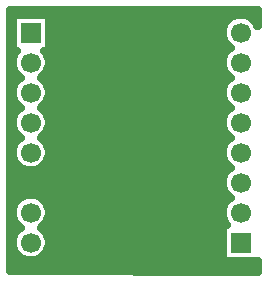
<source format=gbl>
G04 DipTrace 3.0.0.2*
G04 PCBFR2311.gbl*
%MOIN*%
G04 #@! TF.FileFunction,Copper,L2,Bot*
G04 #@! TF.Part,Single*
G04 #@! TA.AperFunction,Conductor*
%ADD11C,0.006*%
G04 #@! TA.AperFunction,CopperBalancing*
%ADD14C,0.025*%
G04 #@! TA.AperFunction,ComponentPad*
%ADD16R,0.066929X0.066929*%
%ADD17C,0.066929*%
G04 #@! TA.AperFunction,ViaPad*
%ADD20C,0.02*%
%FSLAX26Y26*%
G04*
G70*
G90*
G75*
G01*
G04 Bottom*
%LPD*%
X699441Y600409D2*
D11*
Y581850D1*
X992971Y600409D2*
Y569163D1*
X1005281Y1150352D2*
Y1131793D1*
D20*
X699441Y600409D3*
X992971D3*
X1005281Y1150352D3*
X561486Y1300381D2*
D14*
X1163615D1*
X1234386D2*
X1252776D1*
X561486Y1275512D2*
X1142130D1*
X561486Y1250643D2*
X1136516D1*
X561486Y1225774D2*
X1141740D1*
X561486Y1200906D2*
X1162444D1*
X432751Y1176037D2*
X442375D1*
X555626D2*
X1142375D1*
X561437Y1151168D2*
X1136564D1*
X432751Y1126299D2*
X441545D1*
X556457D2*
X1141545D1*
X432751Y1101430D2*
X461661D1*
X536340D2*
X1161661D1*
X432751Y1076562D2*
X442619D1*
X555382D2*
X1142619D1*
X561437Y1051693D2*
X1136564D1*
X432751Y1026824D2*
X441301D1*
X556701D2*
X1141301D1*
X432751Y1001955D2*
X460978D1*
X537024D2*
X1160978D1*
X432751Y977087D2*
X442864D1*
X555138D2*
X1142864D1*
X561437Y952218D2*
X1136564D1*
X432751Y927349D2*
X441056D1*
X556896D2*
X1141056D1*
X432751Y902480D2*
X460245D1*
X537756D2*
X1160245D1*
X432751Y877612D2*
X443156D1*
X554845D2*
X1143156D1*
X561388Y852743D2*
X1136564D1*
X432751Y827874D2*
X440861D1*
X557140D2*
X1140861D1*
X432751Y803005D2*
X459562D1*
X538440D2*
X1159562D1*
X432751Y778136D2*
X1143400D1*
X432751Y753268D2*
X1136613D1*
X432751Y728399D2*
X1140665D1*
X432751Y703530D2*
X468986D1*
X529016D2*
X1158928D1*
X432751Y678661D2*
X443693D1*
X554308D2*
X1143693D1*
X561340Y653793D2*
X1136661D1*
X432751Y628924D2*
X440470D1*
X557531D2*
X1140470D1*
X432751Y604055D2*
X458244D1*
X539757D2*
X1136516D1*
X432751Y579186D2*
X443986D1*
X554016D2*
X1136516D1*
X561340Y554318D2*
X1136516D1*
X432751Y529449D2*
X440276D1*
X557726D2*
X1136516D1*
X432751Y504580D2*
X457657D1*
X540344D2*
X1136516D1*
X432751Y479711D2*
X1252776D1*
X645568Y454843D2*
X1252776D1*
X451535Y1310214D2*
X558965D1*
Y1190285D1*
X543681D1*
X550129Y1181581D1*
X554400Y1173197D1*
X557307Y1164248D1*
X558780Y1154954D1*
Y1145545D1*
X557307Y1136251D1*
X554400Y1127302D1*
X550129Y1118917D1*
X544597Y1111306D1*
X537944Y1104652D1*
X532059Y1100276D1*
X537944Y1095846D1*
X544597Y1089193D1*
X550129Y1081581D1*
X554400Y1073197D1*
X557307Y1064248D1*
X558780Y1054954D1*
Y1045545D1*
X557307Y1036251D1*
X554400Y1027302D1*
X550129Y1018917D1*
X544597Y1011306D1*
X537944Y1004652D1*
X532059Y1000276D1*
X537944Y995846D1*
X544597Y989193D1*
X550129Y981581D1*
X554400Y973197D1*
X557307Y964248D1*
X558780Y954954D1*
Y945545D1*
X557307Y936251D1*
X554400Y927302D1*
X550129Y918917D1*
X544597Y911306D1*
X537944Y904652D1*
X532059Y900276D1*
X537944Y895846D1*
X544597Y889193D1*
X550129Y881581D1*
X554400Y873197D1*
X557307Y864248D1*
X558780Y854954D1*
Y845545D1*
X557307Y836251D1*
X554400Y827302D1*
X550129Y818917D1*
X544597Y811306D1*
X537944Y804652D1*
X530332Y799121D1*
X521948Y794849D1*
X512999Y791942D1*
X503705Y790470D1*
X494295D1*
X485001Y791942D1*
X476052Y794849D1*
X467668Y799121D1*
X460056Y804652D1*
X453403Y811306D1*
X447871Y818917D1*
X443600Y827302D1*
X440693Y836251D1*
X439220Y845545D1*
Y854954D1*
X440693Y864248D1*
X443600Y873197D1*
X447871Y881581D1*
X453403Y889193D1*
X460056Y895846D1*
X465941Y900223D1*
X460056Y904652D1*
X453403Y911306D1*
X447871Y918917D1*
X443600Y927302D1*
X440693Y936251D1*
X439220Y945545D1*
Y954954D1*
X440693Y964248D1*
X443600Y973197D1*
X447871Y981581D1*
X453403Y989193D1*
X460056Y995846D1*
X465941Y1000223D1*
X460056Y1004652D1*
X453403Y1011306D1*
X447871Y1018917D1*
X443600Y1027302D1*
X440693Y1036251D1*
X439220Y1045545D1*
Y1054954D1*
X440693Y1064248D1*
X443600Y1073197D1*
X447871Y1081581D1*
X453403Y1089193D1*
X460056Y1095846D1*
X465941Y1100223D1*
X460056Y1104652D1*
X453403Y1111306D1*
X447871Y1118917D1*
X443600Y1127302D1*
X440693Y1136251D1*
X439220Y1145545D1*
Y1154954D1*
X440693Y1164248D1*
X443600Y1173197D1*
X447871Y1181581D1*
X453403Y1189193D1*
X454413Y1190287D1*
X439035Y1190285D1*
Y1310214D1*
X451535D1*
X558780Y645545D2*
X557307Y636251D1*
X554400Y627302D1*
X550129Y618917D1*
X544597Y611306D1*
X537944Y604652D1*
X532059Y600276D1*
X537944Y595846D1*
X544597Y589193D1*
X550129Y581581D1*
X554400Y573197D1*
X557307Y564248D1*
X558780Y554954D1*
Y545545D1*
X557307Y536251D1*
X554400Y527302D1*
X550129Y518917D1*
X544597Y511306D1*
X537944Y504652D1*
X530332Y499121D1*
X521948Y494849D1*
X512999Y491942D1*
X503705Y490470D1*
X494295D1*
X485001Y491942D1*
X476052Y494849D1*
X467668Y499121D1*
X460056Y504652D1*
X453403Y511306D1*
X447871Y518917D1*
X443600Y527302D1*
X440693Y536251D1*
X439220Y545545D1*
Y554954D1*
X440693Y564248D1*
X443600Y573197D1*
X447871Y581581D1*
X453403Y589193D1*
X460056Y595846D1*
X465941Y600223D1*
X460056Y604652D1*
X453403Y611306D1*
X447871Y618917D1*
X443600Y627302D1*
X440693Y636251D1*
X439220Y645545D1*
Y654954D1*
X440693Y664248D1*
X443600Y673197D1*
X447871Y681581D1*
X453403Y689193D1*
X460056Y695846D1*
X467668Y701378D1*
X476052Y705650D1*
X485001Y708556D1*
X494295Y710029D1*
X503705D1*
X512999Y708556D1*
X521948Y705650D1*
X530332Y701378D1*
X537944Y695846D1*
X544597Y689193D1*
X550129Y681581D1*
X554400Y673197D1*
X557307Y664248D1*
X558780Y654954D1*
Y645545D1*
X1151535Y610214D2*
X1154319D1*
X1147871Y618917D1*
X1143600Y627302D1*
X1140693Y636251D1*
X1139220Y645545D1*
Y654954D1*
X1140693Y664248D1*
X1143600Y673197D1*
X1147871Y681581D1*
X1153403Y689193D1*
X1160056Y695846D1*
X1165941Y700223D1*
X1160056Y704652D1*
X1153403Y711306D1*
X1147871Y718917D1*
X1143600Y727302D1*
X1140693Y736251D1*
X1139220Y745545D1*
Y754954D1*
X1140693Y764248D1*
X1143600Y773197D1*
X1147871Y781581D1*
X1153403Y789193D1*
X1160056Y795846D1*
X1165941Y800223D1*
X1160056Y804652D1*
X1153403Y811306D1*
X1147871Y818917D1*
X1143600Y827302D1*
X1140693Y836251D1*
X1139220Y845545D1*
Y854954D1*
X1140693Y864248D1*
X1143600Y873197D1*
X1147871Y881581D1*
X1153403Y889193D1*
X1160056Y895846D1*
X1165941Y900223D1*
X1160056Y904652D1*
X1153403Y911306D1*
X1147871Y918917D1*
X1143600Y927302D1*
X1140693Y936251D1*
X1139220Y945545D1*
Y954954D1*
X1140693Y964248D1*
X1143600Y973197D1*
X1147871Y981581D1*
X1153403Y989193D1*
X1160056Y995846D1*
X1165941Y1000223D1*
X1160056Y1004652D1*
X1153403Y1011306D1*
X1147871Y1018917D1*
X1143600Y1027302D1*
X1140693Y1036251D1*
X1139220Y1045545D1*
Y1054954D1*
X1140693Y1064248D1*
X1143600Y1073197D1*
X1147871Y1081581D1*
X1153403Y1089193D1*
X1160056Y1095846D1*
X1165941Y1100223D1*
X1160056Y1104652D1*
X1153403Y1111306D1*
X1147871Y1118917D1*
X1143600Y1127302D1*
X1140693Y1136251D1*
X1139220Y1145545D1*
Y1154954D1*
X1140693Y1164248D1*
X1143600Y1173197D1*
X1147871Y1181581D1*
X1153403Y1189193D1*
X1160056Y1195846D1*
X1165941Y1200223D1*
X1160056Y1204652D1*
X1153403Y1211306D1*
X1147871Y1218917D1*
X1143600Y1227302D1*
X1140693Y1236251D1*
X1139220Y1245545D1*
Y1254954D1*
X1140693Y1264248D1*
X1143600Y1273197D1*
X1147871Y1281581D1*
X1153403Y1289193D1*
X1160056Y1295846D1*
X1167668Y1301378D1*
X1176052Y1305650D1*
X1185001Y1308556D1*
X1194295Y1310029D1*
X1203705D1*
X1212999Y1308556D1*
X1221948Y1305650D1*
X1230332Y1301378D1*
X1237944Y1295846D1*
X1244597Y1289193D1*
X1250129Y1281581D1*
X1254400Y1273197D1*
X1255260Y1270867D1*
X1255251Y1325249D1*
X430251D1*
X430343Y456407D1*
X1255272Y450341D1*
X1255251Y490240D1*
X1139035Y490285D1*
Y610214D1*
X1151535D1*
D16*
X499000Y1250249D3*
D17*
Y1150249D3*
Y1050249D3*
Y950249D3*
Y850249D3*
Y750249D3*
Y650249D3*
Y550249D3*
D16*
X1199000D3*
D17*
Y650249D3*
Y750249D3*
Y850249D3*
Y950249D3*
Y1050249D3*
Y1150249D3*
Y1250249D3*
M02*

</source>
